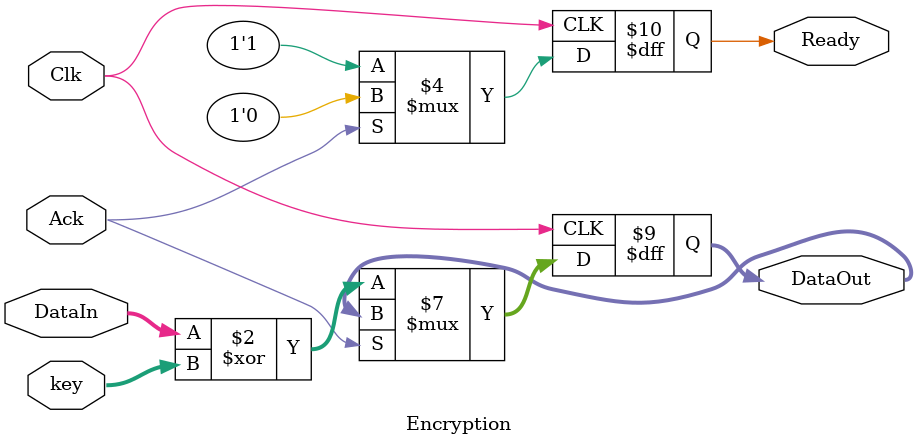
<source format=v>
module Encryption(
	input 			 Clk,
	input 			 Ack,
	input 	  [7:0]DataIn,
	input 	  [7:0]key,
	output reg [7:0]DataOut,
	output reg      Ready	
);
reg [3:0]count;
always @(posedge Clk) begin
	if (Ack) begin
		Ready <= 1'b0;
	end
	else begin
		DataOut <= DataIn ^ key;
			Ready <= 1'b1;				
	end
end
endmodule
</source>
